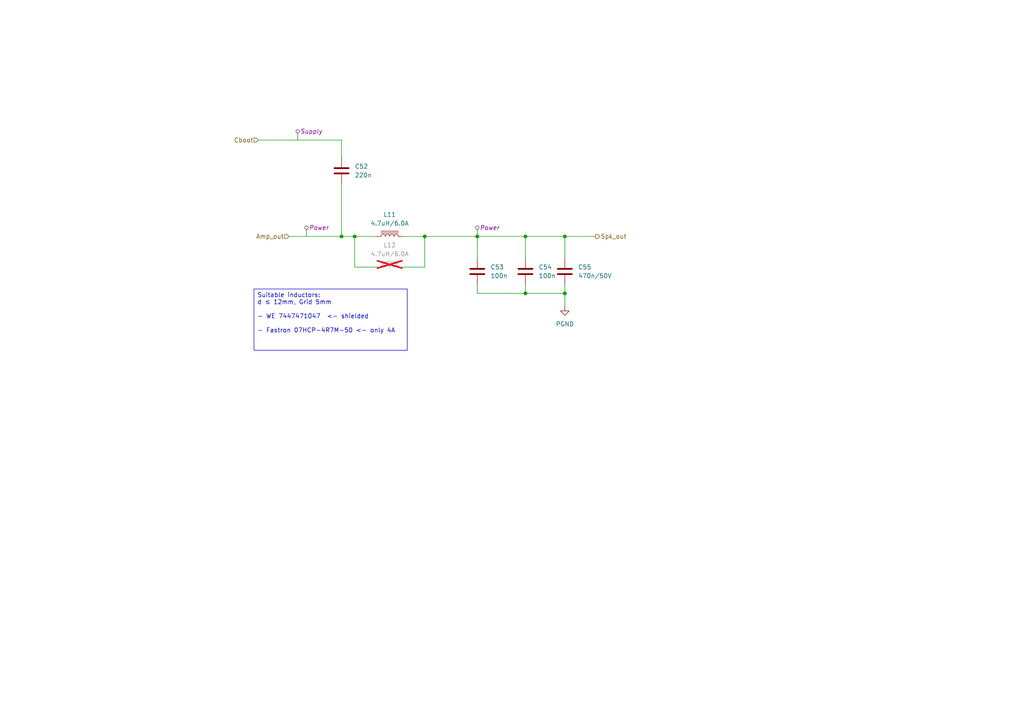
<source format=kicad_sch>
(kicad_sch (version 20231120) (generator "eeschema") (generator_version "8.0")
  (paper "A4")
  (title_block (title "SqueezeAMP_{again}") (date "2024-08-23") (rev "1.0"))
  (lib_symbols
    (symbol "Device:C" (pin_numbers hide) (pin_names (offset 0.254))
      (property "Reference" "C" (at 0.635 2.54 0))
      (property "Value" "C" (at 0.635 -2.54 0))
      (symbol "C_0_1"
        (polyline (pts (xy -2.032 -0.762) (xy 2.032 -0.762)) (stroke (width 0.508)))
        (polyline (pts (xy -2.032 0.762) (xy 2.032 0.762)) (stroke (width 0.508)))
      )
      (symbol "C_1_1"
        (pin passive line (at 0 3.81 270) (length 2.794) (name "~") (number "1"))
        (pin passive line (at 0 -3.81 90) (length 2.794) (name "~") (number "2"))
      )
    )
    (symbol "Device:L_Iron" (pin_numbers hide) (pin_names (offset 1.016) hide)
      (property "Reference" "L" (at -1.27 0 90))
      (property "Value" "L_Iron" (at 2.794 0 90))
      (symbol "L_Iron_0_1"
        (arc (start 0 -2.54) (mid 0.6323 -1.905) (end 0 -1.27))
        (arc (start 0 -1.27) (mid 0.6323 -0.635) (end 0 0))
        (polyline (pts (xy 1.016 2.54) (xy 1.016 -2.54)))
        (polyline (pts (xy 1.524 -2.54) (xy 1.524 2.54)))
        (arc (start 0 0) (mid 0.6323 0.635) (end 0 1.27))
        (arc (start 0 1.27) (mid 0.6323 1.905) (end 0 2.54))
      )
      (symbol "L_Iron_1_1"
        (pin passive line (at 0 3.81 270) (length 1.27) (name "1") (number "1"))
        (pin passive line (at 0 -3.81 90) (length 1.27) (name "2") (number "2"))
      )
    )
    (symbol "power:GND1" (power) (pin_numbers hide) (pin_names (offset 0) hide)
      (property "Value" "GND1" (at 0 -3.81 0))
      (symbol "GND1_0_1"
        (polyline (pts (xy 0 0) (xy 0 -1.27) (xy 1.27 -1.27) (xy 0 -2.54) (xy -1.27 -1.27) (xy 0 -1.27)))
      )
      (symbol "GND1_1_1"
        (pin power_in line (at 0 0 270) (length 0) (name "~") (number "1"))
      )
    )
  )
  (junction (at 163.83 85.09))
  (junction (at 163.83 68.58))
  (junction (at 138.43 68.58))
  (junction (at 152.4 85.09))
  (junction (at 123.19 68.58))
  (junction (at 99.06 68.58))
  (junction (at 102.87 68.58))
  (junction (at 152.4 68.58))
  (wire (pts (xy 99.06 68.58) (xy 102.87 68.58)))
  (wire (pts (xy 109.22 77.47) (xy 102.87 77.47)))
  (wire (pts (xy 152.4 68.58) (xy 163.83 68.58)))
  (wire (pts (xy 123.19 68.58) (xy 138.43 68.58)))
  (wire (pts (xy 138.43 85.09) (xy 152.4 85.09)))
  (wire (pts (xy 116.84 68.58) (xy 123.19 68.58)))
  (wire (pts (xy 138.43 68.58) (xy 152.4 68.58)))
  (wire (pts (xy 74.93 40.64) (xy 99.06 40.64)))
  (wire (pts (xy 116.84 77.47) (xy 123.19 77.47)))
  (wire (pts (xy 83.82 68.58) (xy 99.06 68.58)))
  (wire (pts (xy 138.43 82.55) (xy 138.43 85.09)))
  (wire (pts (xy 102.87 68.58) (xy 109.22 68.58)))
  (wire (pts (xy 102.87 77.47) (xy 102.87 68.58)))
  (wire (pts (xy 99.06 40.64) (xy 99.06 45.72)))
  (wire (pts (xy 152.4 85.09) (xy 163.83 85.09)))
  (wire (pts (xy 138.43 68.58) (xy 138.43 74.93)))
  (wire (pts (xy 152.4 82.55) (xy 152.4 85.09)))
  (wire (pts (xy 163.83 68.58) (xy 172.72 68.58)))
  (wire (pts (xy 163.83 85.09) (xy 163.83 88.9)))
  (wire (pts (xy 123.19 77.47) (xy 123.19 68.58)))
  (wire (pts (xy 99.06 53.34) (xy 99.06 68.58)))
  (wire (pts (xy 163.83 82.55) (xy 163.83 85.09)))
  (wire (pts (xy 163.83 68.58) (xy 163.83 74.93)))
  (wire (pts (xy 152.4 68.58) (xy 152.4 74.93)))
  (text_box "Suitable inductors:\nd ≤ 12mm, Grid 5mm\n\n- WE 7447471047  <- shielded\n\n- Fastron 07HCP-4R7M-50 <- only 4A\n" (exclude_from_sim yes) (at 73.66 83.82 0) (size 44.45 17.78) (effects (font (size 1.27 1.27)) (justify left top)))
  (hierarchical_label "Amp_out" (shape input) (at 83.82 68.58 180))
  (hierarchical_label "Spk_out" (shape output) (at 172.72 68.58 0))
  (hierarchical_label "Cboot" (shape input) (at 74.93 40.64 180))
  (netclass_flag "" (length 2.54) (shape round) (at 88.9 68.58 0) (property "Netclass" "Power" (at 89.5985 66.04 0) (effects (font (italic yes)) (justify left))))
  (netclass_flag "" (length 2.54) (shape round) (at 86.36 40.64 0) (property "Netclass" "Supply" (at 87.0585 38.1 0) (effects (font (italic yes)) (justify left))))
  (netclass_flag "" (length 2.54) (shape round) (at 138.43 68.58 0) (property "Netclass" "Power" (at 139.1285 66.04 0) (effects (font (italic yes)) (justify left))))
  (symbol (lib_id "Device:C") (at 99.06 49.53 0) (unit 1)
    (property "Reference" "C52" (at 102.87 48.2599 0) (effects (justify left)))
    (property "Value" "220n" (at 102.87 50.7999 0) (effects (justify left)))
    (property "Footprint" "Capacitor_SMD:C_0603_1608Metric" (effects (hide yes)))
    (property "Description" "Unpolarized capacitor" (effects (hide yes)))
    (property "JLCPCB#" "C5378" (effects (hide yes)))
    (instances (project "SqueezeAMPagain" (path "" (reference "C52") (unit 1)) (path "" (reference "C48") (unit 1)) (path "" (reference "C44") (unit 1)) (path "" (reference "C40") (unit 1))))
  )
  (symbol (lib_id "Device:C") (at 138.43 78.74 0) (unit 1)
    (property "Reference" "C53" (at 142.24 77.4699 0) (effects (justify left)))
    (property "Value" "100n" (at 142.24 80.0099 0) (effects (justify left)))
    (property "Footprint" "Capacitor_SMD:C_0603_1608Metric" (effects (hide yes)))
    (property "Description" "Unpolarized capacitor" (effects (hide yes)))
    (property "JLCPCB#" "C14663" (effects (hide yes)))
    (instances (project "SqueezeAMPagain" (path "" (reference "C53") (unit 1)) (path "" (reference "C49") (unit 1)) (path "" (reference "C45") (unit 1)) (path "" (reference "C41") (unit 1))))
  )
  (symbol (lib_id "Device:L_Iron") (at 113.03 77.47 90) (unit 1) (dnp yes)
    (property "Reference" "L12" (at 113.03 71.12 90))
    (property "Value" "4.7uH/6.0A" (at 113.03 73.66 90))
    (property "Footprint" "Inductor_THT:L_Radial_D8.7mm_P5.00mm_Fastron_07HCP" (effects (hide yes)))
    (property "Description" "Inductor with iron core" (effects (hide yes)))
    (property "mfr#" "7447471047" (effects (hide yes)))
    (instances (project "SqueezeAMPagain" (path "" (reference "L12") (unit 1)) (path "" (reference "L9") (unit 1)) (path "" (reference "L6") (unit 1)) (path "" (reference "L3") (unit 1))))
  )
  (symbol (lib_id "Device:L_Iron") (at 113.03 68.58 90) (unit 1)
    (property "Reference" "L11" (at 113.03 62.23 90))
    (property "Value" "4.7uH/6.0A" (at 113.03 64.77 90))
    (property "Footprint" "Inductor_SMD:L_Chilisin_BMRA00040420" (effects (hide yes)))
    (property "Description" "Inductor with iron core" (effects (hide yes)))
    (property "mfr#" "7447471047" (effects (hide yes)))
    (instances (project "SqueezeAMPagain" (path "" (reference "L11") (unit 1)) (path "" (reference "L8") (unit 1)) (path "" (reference "L5") (unit 1)) (path "" (reference "L2") (unit 1))))
  )
  (symbol (lib_id "Device:C") (at 152.4 78.74 0) (unit 1)
    (property "Reference" "C54" (at 156.21 77.4699 0) (effects (justify left)))
    (property "Value" "100n" (at 156.21 80.0099 0) (effects (justify left)))
    (property "Footprint" "Capacitor_SMD:C_0603_1608Metric" (effects (hide yes)))
    (property "Description" "Unpolarized capacitor" (effects (hide yes)))
    (property "JLCPCB#" "C14663" (effects (hide yes)))
    (instances (project "SqueezeAMPagain" (path "" (reference "C54") (unit 1)) (path "" (reference "C50") (unit 1)) (path "" (reference "C46") (unit 1)) (path "" (reference "C42") (unit 1))))
  )
  (symbol (lib_id "power:GND1") (at 163.83 88.9 0) (unit 1)
    (property "Reference" "#PWR060" (effects (hide yes)))
    (property "Value" "PGND" (at 163.83 93.98 0))
    (property "Description" "Power symbol creates a global label with name \"GND1\" , ground" (effects (hide yes)))
    (instances (project "SqueezeAMPagain" (path "" (reference "#PWR060") (unit 1)) (path "" (reference "#PWR059") (unit 1)) (path "" (reference "#PWR058") (unit 1)) (path "" (reference "#PWR057") (unit 1))))
  )
  (symbol (lib_id "Device:C") (at 163.83 78.74 0) (unit 1)
    (property "Reference" "C55" (at 167.64 77.4699 0) (effects (justify left)))
    (property "Value" "470n/50V" (at 167.64 80.0099 0) (effects (justify left)))
    (property "Footprint" "Capacitor_SMD:C_0805_2012Metric" (effects (hide yes)))
    (property "Description" "Unpolarized capacitor" (effects (hide yes)))
    (instances (project "SqueezeAMPagain" (path "" (reference "C55") (unit 1)) (path "" (reference "C51") (unit 1)) (path "" (reference "C47") (unit 1)) (path "" (reference "C43") (unit 1))))
  )
)
</source>
